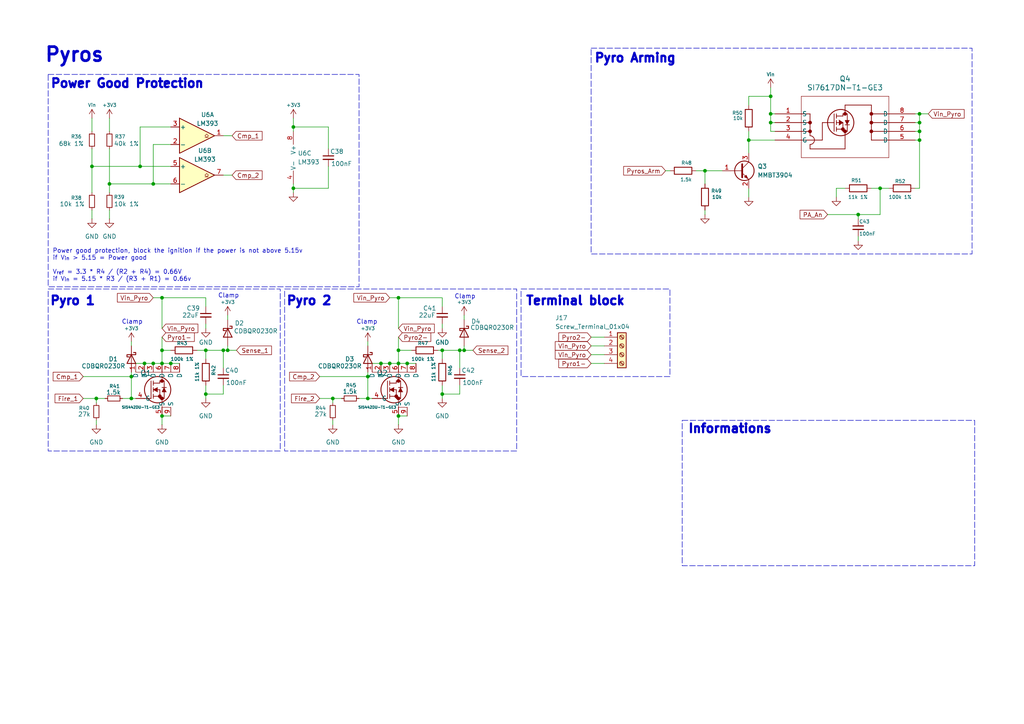
<source format=kicad_sch>
(kicad_sch (version 20250114) (generator "eeschema") (generator_version "9.0")
  (paper "A4")
  (lib_symbols
    (symbol "Comparator:LM393" (pin_names (offset 0.127))
      (property "Reference" "U" (at 3.81 3.81 0))
      (property "Value" "LM393" (at 6.35 -3.81 0))
      (symbol "LM393_1_1"
        (polyline (pts (xy -5.08 5.08) (xy 5.08 0) (xy -5.08 -5.08) (xy -5.08 5.08)) (stroke (width 0.254)) (fill (type background)))
        (polyline (pts (xy 3.302 -0.508) (xy 2.794 -0.508) (xy 3.302 0) (xy 2.794 0.508) (xy 2.286 0) (xy 2.794 -0.508) (xy 2.286 -0.508)) (stroke (width 0.127)))
        (pin input line (at -7.62 2.54 0) (length 2.54) (name "+") (number "3"))
        (pin input line (at -7.62 -2.54 0) (length 2.54) (name "-") (number "2"))
        (pin open_collector line (at 7.62 0 180) (length 2.54) (name "~") (number "1"))
      )
      (symbol "LM393_2_1"
        (polyline (pts (xy -5.08 5.08) (xy 5.08 0) (xy -5.08 -5.08) (xy -5.08 5.08)) (stroke (width 0.254)) (fill (type background)))
        (polyline (pts (xy 3.302 -0.508) (xy 2.794 -0.508) (xy 3.302 0) (xy 2.794 0.508) (xy 2.286 0) (xy 2.794 -0.508) (xy 2.286 -0.508)) (stroke (width 0.127)))
        (pin input line (at -7.62 2.54 0) (length 2.54) (name "+") (number "5"))
        (pin input line (at -7.62 -2.54 0) (length 2.54) (name "-") (number "6"))
        (pin open_collector line (at 7.62 0 180) (length 2.54) (name "~") (number "7"))
      )
      (symbol "LM393_3_1"
        (pin power_in line (at -2.54 7.62 270) (length 3.81) (name "V+") (number "8"))
        (pin power_in line (at -2.54 -7.62 90) (length 3.81) (name "V-") (number "4"))
      )
    )
    (symbol "Connector:Screw_Terminal_01x04" (pin_names (offset 1.016) (hide yes))
      (property "Reference" "J" (at 0 5.08 0))
      (property "Value" "Screw_Terminal_01x04" (at 0 -7.62 0))
      (symbol "Screw_Terminal_01x04_1_1"
        (rectangle (start -1.27 3.81) (end 1.27 -6.35) (stroke (width 0.254)) (fill (type background)))
        (polyline (pts (xy -0.5334 2.8702) (xy 0.3302 2.032)) (stroke (width 0.1524)))
        (polyline (pts (xy -0.5334 0.3302) (xy 0.3302 -0.508)) (stroke (width 0.1524)))
        (polyline (pts (xy -0.5334 -2.2098) (xy 0.3302 -3.048)) (stroke (width 0.1524)))
        (polyline (pts (xy -0.5334 -4.7498) (xy 0.3302 -5.588)) (stroke (width 0.1524)))
        (polyline (pts (xy -0.3556 3.048) (xy 0.508 2.2098)) (stroke (width 0.1524)))
        (polyline (pts (xy -0.3556 0.508) (xy 0.508 -0.3302)) (stroke (width 0.1524)))
        (polyline (pts (xy -0.3556 -2.032) (xy 0.508 -2.8702)) (stroke (width 0.1524)))
        (polyline (pts (xy -0.3556 -4.572) (xy 0.508 -5.4102)) (stroke (width 0.1524)))
        (circle (center 0 2.54) (radius 0.635) (stroke (width 0.1524)))
        (circle (center 0 0) (radius 0.635) (stroke (width 0.1524)))
        (circle (center 0 -2.54) (radius 0.635) (stroke (width 0.1524)))
        (circle (center 0 -5.08) (radius 0.635) (stroke (width 0.1524)))
        (pin passive line (at -5.08 2.54 0) (length 3.81) (name "Pin_1") (number "1"))
        (pin passive line (at -5.08 0 0) (length 3.81) (name "Pin_2") (number "2"))
        (pin passive line (at -5.08 -2.54 0) (length 3.81) (name "Pin_3") (number "3"))
        (pin passive line (at -5.08 -5.08 0) (length 3.81) (name "Pin_4") (number "4"))
      )
    )
    (symbol "Device:C_Small" (pin_numbers (hide yes)) (pin_names (offset 0.254) (hide yes))
      (property "Reference" "C" (at 0.254 1.778 0))
      (property "Value" "C_Small" (at 0.254 -2.032 0))
      (symbol "C_Small_0_1"
        (polyline (pts (xy -1.524 0.508) (xy 1.524 0.508)) (stroke (width 0.3048)))
        (polyline (pts (xy -1.524 -0.508) (xy 1.524 -0.508)) (stroke (width 0.3302)))
      )
      (symbol "C_Small_1_1"
        (pin passive line (at 0 2.54 270) (length 2.032) (name "~") (number "1"))
        (pin passive line (at 0 -2.54 90) (length 2.032) (name "~") (number "2"))
      )
    )
    (symbol "Device:R" (pin_numbers (hide yes)) (pin_names (offset 0))
      (property "Reference" "R" (at 2.032 0 90))
      (property "Value" "R" (at 0 0 90))
      (symbol "R_0_1"
        (rectangle (start -1.016 -2.54) (end 1.016 2.54) (stroke (width 0.254)))
      )
      (symbol "R_1_1"
        (pin passive line (at 0 3.81 270) (length 1.27) (name "~") (number "1"))
        (pin passive line (at 0 -3.81 90) (length 1.27) (name "~") (number "2"))
      )
    )
    (symbol "Device:R_Small" (pin_numbers (hide yes)) (pin_names (offset 0.254) (hide yes))
      (property "Reference" "R" (at 0 0 90))
      (property "Value" "R_Small" (at 1.778 0 90))
      (symbol "R_Small_0_1"
        (rectangle (start -0.762 1.778) (end 0.762 -1.778) (stroke (width 0.2032)))
      )
      (symbol "R_Small_1_1"
        (pin passive line (at 0 2.54 270) (length 0.762) (name "~") (number "1"))
        (pin passive line (at 0 -2.54 90) (length 0.762) (name "~") (number "2"))
      )
    )
    (symbol "Diode:BAT54J" (pin_numbers (hide yes)) (pin_names (offset 1.016) (hide yes))
      (property "Reference" "D" (at 0 2.54 0))
      (property "Value" "BAT54J" (at 0 -2.54 0))
      (symbol "BAT54J_0_1"
        (polyline (pts (xy -1.905 0.635) (xy -1.905 1.27) (xy -1.27 1.27) (xy -1.27 -1.27) (xy -0.635 -1.27) (xy -0.635 -0.635)) (stroke (width 0.254)))
        (polyline (pts (xy 1.27 1.27) (xy 1.27 -1.27) (xy -1.27 0) (xy 1.27 1.27)) (stroke (width 0.254)))
        (polyline (pts (xy 1.27 0) (xy -1.27 0)))
      )
      (symbol "BAT54J_1_1"
        (pin passive line (at -3.81 0 0) (length 2.54) (name "K") (number "1"))
        (pin passive line (at 3.81 0 180) (length 2.54) (name "A") (number "2"))
      )
    )
    (symbol "GND_1" (power) (pin_numbers (hide yes)) (pin_names (offset 0) (hide yes))
      (property "Value" "GND" (at 0 -3.81 0))
      (symbol "GND_1_0_1"
        (polyline (pts (xy 0 0) (xy 0 -1.27) (xy 1.27 -1.27) (xy 0 -2.54) (xy -1.27 -1.27) (xy 0 -1.27)))
      )
      (symbol "GND_1_1_1"
        (pin power_in line (at 0 0 270) (length 0) (name "~") (number "1"))
      )
    )
    (symbol "Transistor_BJT:MMBT3904" (pin_names (offset 0) (hide yes))
      (property "Reference" "Q" (at 5.08 1.905 0))
      (property "Value" "MMBT3904" (at 5.08 0 0))
      (symbol "MMBT3904_0_1"
        (polyline (pts (xy -2.54 0) (xy 0.635 0)))
        (polyline (pts (xy 0.635 1.905) (xy 0.635 -1.905)) (stroke (width 0.508)))
        (circle (center 1.27 0) (radius 2.8194) (stroke (width 0.254)))
      )
      (symbol "MMBT3904_1_1"
        (polyline (pts (xy 0.635 0.635) (xy 2.54 2.54)))
        (polyline (pts (xy 0.635 -0.635) (xy 2.54 -2.54)))
        (polyline (pts (xy 1.27 -1.778) (xy 1.778 -1.27) (xy 2.286 -2.286) (xy 1.27 -1.778)) (fill (type outline)))
        (pin input line (at -5.08 0 0) (length 2.54) (name "B") (number "1"))
        (pin passive line (at 2.54 5.08 270) (length 2.54) (name "C") (number "3"))
        (pin passive line (at 2.54 -5.08 90) (length 2.54) (name "E") (number "2"))
      )
    )
    (symbol "pcb_moteur:SI5442DU-T1-GE3" (pin_names (offset 0.254))
      (property "Reference" "U" (at 11.43 4.445 0))
      (property "Value" "SI5442DU-T1-GE3" (at 11.43 0 0))
      (symbol "SI5442DU-T1-GE3_0_1"
        (polyline (pts (xy 0 7.62) (xy 12.7 7.62)) (stroke (width 0.127)))
        (polyline (pts (xy 2.54 0) (xy 4.445 0)) (stroke (width 0.2032)))
        (polyline (pts (xy 4.445 0) (xy 4.445 5.08)) (stroke (width 0.2032)))
        (polyline (pts (xy 5.08 4.445) (xy 6.985 4.445)) (stroke (width 0.2032)))
        (polyline (pts (xy 5.08 3.81) (xy 5.08 5.08)) (stroke (width 0.2032)))
        (polyline (pts (xy 5.08 1.905) (xy 5.08 3.175)) (stroke (width 0.2032)))
        (polyline (pts (xy 5.08 0.635) (xy 6.985 0.635)) (stroke (width 0.2032)))
        (polyline (pts (xy 5.08 0) (xy 5.08 1.27)) (stroke (width 0.2032)))
        (polyline (pts (xy 6.35 3.175) (xy 5.08 2.54) (xy 6.35 1.905)) (fill (type outline)))
        (polyline (pts (xy 6.35 2.54) (xy 6.985 2.54)) (stroke (width 0.2032)))
        (circle (center 6.35 2.54) (radius 3.81) (stroke (width 0.254)))
        (polyline (pts (xy 6.985 5.08) (xy 8.255 5.08)) (stroke (width 0.2032)))
        (polyline (pts (xy 6.985 4.445) (xy 6.985 5.08)) (stroke (width 0.2032)))
        (circle (center 6.985 0.635) (radius 0.0254) (stroke (width 0.508)))
        (polyline (pts (xy 6.985 0) (xy 6.985 2.54)) (stroke (width 0.2032)))
        (polyline (pts (xy 6.985 0) (xy 8.255 0)) (stroke (width 0.2032)))
        (polyline (pts (xy 7.62 7.62) (xy 7.62 5.08)) (stroke (width 0.127)))
        (circle (center 7.62 5.08) (radius 0.0254) (stroke (width 0.508)))
        (circle (center 7.62 0) (radius 0.0254) (stroke (width 0.508)))
        (polyline (pts (xy 7.62 -2.54) (xy 7.62 0)) (stroke (width 0.127)))
        (polyline (pts (xy 7.62 -2.54) (xy 10.16 -2.54)) (stroke (width 0.127)))
        (polyline (pts (xy 8.255 3.175) (xy 8.255 5.08)) (stroke (width 0.2032)))
        (polyline (pts (xy 8.255 0) (xy 8.255 1.905)) (stroke (width 0.2032)))
        (polyline (pts (xy 8.89 3.175) (xy 7.62 3.175)) (stroke (width 0.2032)))
        (polyline (pts (xy 8.89 1.905) (xy 7.62 1.905) (xy 8.255 3.175)) (fill (type outline)))
        (pin unspecified line (at 0 10.16 270) (length 2.54) (name "D") (number "1"))
        (pin unspecified line (at 0 0 0) (length 2.54) (name "G") (number "4"))
        (pin unspecified line (at 2.54 10.16 270) (length 2.54) (name "D") (number "2"))
        (pin unspecified line (at 5.08 10.16 270) (length 2.54) (name "D") (number "3"))
        (pin unspecified line (at 7.62 10.16 270) (length 2.54) (name "D") (number "6"))
        (pin unspecified line (at 7.62 -5.08 90) (length 2.54) (name "S") (number "5"))
        (pin unspecified line (at 10.16 10.16 270) (length 2.54) (name "D") (number "7"))
        (pin unspecified line (at 10.16 -5.08 90) (length 2.54) (name "S") (number "9"))
        (pin unspecified line (at 12.7 10.16 270) (length 2.54) (name "D") (number "8"))
      )
    )
    (symbol "pcb_moteur:SI7617DN-T1-GE3" (pin_names (offset 0.254))
      (property "Reference" "MOSFET" (at 20.32 10.16 0))
      (property "Value" "SI7617DN-T1-GE3" (at 20.32 7.62 0))
      (symbol "SI7617DN-T1-GE3_0_1"
        (polyline (pts (xy 7.62 5.08) (xy 7.62 -12.7)) (stroke (width 0.127)))
        (polyline (pts (xy 7.62 -7.62) (xy 13.716 -7.62)) (stroke (width 0.2032)))
        (polyline (pts (xy 7.62 -12.7) (xy 33.02 -12.7)) (stroke (width 0.127)))
        (arc (start 10.16 -6.35) (mid 11.4244 -7.62) (end 10.16 -8.89) (stroke (width 0.2032)))
        (polyline (pts (xy 10.16 0) (xy 7.62 0)) (stroke (width 0.2032)))
        (polyline (pts (xy 10.16 -2.54) (xy 7.62 -2.54)) (stroke (width 0.2032)))
        (circle (center 10.16 -2.54) (radius 0.0254) (stroke (width 0.508)))
        (polyline (pts (xy 10.16 -5.08) (xy 7.62 -5.08)) (stroke (width 0.2032)))
        (circle (center 10.16 -5.08) (radius 0.0254) (stroke (width 0.508)))
        (polyline (pts (xy 10.16 -6.35) (xy 10.16 0)) (stroke (width 0.2032)))
        (polyline (pts (xy 10.16 -10.16) (xy 10.16 -8.89)) (stroke (width 0.2032)))
        (polyline (pts (xy 13.716 -2.54) (xy 17.145 -2.54)) (stroke (width 0.2032)))
        (polyline (pts (xy 13.716 -7.62) (xy 13.716 -2.54)) (stroke (width 0.2032)))
        (polyline (pts (xy 17.145 -5.08) (xy 17.145 0)) (stroke (width 0.2032)))
        (polyline (pts (xy 17.78 -0.635) (xy 19.685 -0.635)) (stroke (width 0.2032)))
        (polyline (pts (xy 17.78 -1.27) (xy 17.78 0)) (stroke (width 0.2032)))
        (polyline (pts (xy 17.78 -2.54) (xy 19.685 -2.54)) (stroke (width 0.2032)))
        (polyline (pts (xy 17.78 -3.175) (xy 17.78 -1.905)) (stroke (width 0.2032)))
        (polyline (pts (xy 17.78 -4.445) (xy 19.685 -4.445)) (stroke (width 0.2032)))
        (polyline (pts (xy 17.78 -5.08) (xy 17.78 -3.81)) (stroke (width 0.2032)))
        (polyline (pts (xy 18.542 -1.778) (xy 19.685 -2.54) (xy 18.542 -3.302)) (fill (type outline)))
        (circle (center 19.05 -2.54) (radius 3.81) (stroke (width 0.254)))
        (polyline (pts (xy 19.685 0) (xy 20.955 0)) (stroke (width 0.2032)))
        (polyline (pts (xy 19.685 -0.635) (xy 19.685 0)) (stroke (width 0.2032)))
        (circle (center 19.685 -4.445) (radius 0.0254) (stroke (width 0.508)))
        (polyline (pts (xy 19.685 -5.08) (xy 19.685 -2.54)) (stroke (width 0.2032)))
        (polyline (pts (xy 19.685 -5.08) (xy 20.955 -5.08)) (stroke (width 0.2032)))
        (polyline (pts (xy 20.32 0) (xy 20.32 2.54)) (stroke (width 0.2032)))
        (circle (center 20.32 0) (radius 0.0254) (stroke (width 0.508)))
        (circle (center 20.32 -5.08) (radius 0.0254) (stroke (width 0.508)))
        (polyline (pts (xy 20.32 -10.16) (xy 10.16 -10.16)) (stroke (width 0.2032)))
        (polyline (pts (xy 20.32 -10.16) (xy 20.32 -5.08)) (stroke (width 0.2032)))
        (polyline (pts (xy 20.955 -1.905) (xy 20.955 0)) (stroke (width 0.2032)))
        (polyline (pts (xy 20.955 -5.08) (xy 20.955 -3.175)) (stroke (width 0.2032)))
        (polyline (pts (xy 21.59 -1.905) (xy 20.32 -1.905) (xy 20.955 -3.175)) (fill (type outline)))
        (polyline (pts (xy 21.59 -3.175) (xy 20.32 -3.175)) (stroke (width 0.2032)))
        (polyline (pts (xy 27.94 2.54) (xy 20.32 2.54)) (stroke (width 0.2032)))
        (polyline (pts (xy 27.94 0) (xy 33.02 0)) (stroke (width 0.2032)))
        (circle (center 27.94 0) (radius 0.0254) (stroke (width 0.508)))
        (polyline (pts (xy 27.94 -2.54) (xy 33.02 -2.54)) (stroke (width 0.2032)))
        (circle (center 27.94 -2.54) (radius 0.0254) (stroke (width 0.508)))
        (polyline (pts (xy 27.94 -5.08) (xy 33.02 -5.08)) (stroke (width 0.2032)))
        (circle (center 27.94 -5.08) (radius 0.0254) (stroke (width 0.508)))
        (polyline (pts (xy 27.94 -7.62) (xy 27.94 2.54)) (stroke (width 0.2032)))
        (polyline (pts (xy 27.94 -7.62) (xy 33.02 -7.62)) (stroke (width 0.2032)))
        (polyline (pts (xy 33.02 5.08) (xy 7.62 5.08)) (stroke (width 0.127)))
        (polyline (pts (xy 33.02 -12.7) (xy 33.02 5.08)) (stroke (width 0.127)))
        (pin unspecified line (at 0 0 0) (length 7.62) (name "S") (number "1"))
        (pin unspecified line (at 0 -2.54 0) (length 7.62) (name "S") (number "2"))
        (pin unspecified line (at 0 -5.08 0) (length 7.62) (name "S") (number "3"))
        (pin unspecified line (at 0 -7.62 0) (length 7.62) (name "G") (number "4"))
        (pin unspecified line (at 40.64 0 180) (length 7.62) (name "D") (number "8"))
        (pin unspecified line (at 40.64 -2.54 180) (length 7.62) (name "D") (number "7"))
        (pin unspecified line (at 40.64 -5.08 180) (length 7.62) (name "D") (number "6"))
        (pin unspecified line (at 40.64 -7.62 180) (length 7.62) (name "D") (number "5"))
      )
    )
    (symbol "power:+12V" (power) (pin_names (offset 0))
      (property "Value" "+12V" (at 0 3.556 0))
      (symbol "+12V_0_1"
        (polyline (pts (xy -0.762 1.27) (xy 0 2.54)))
        (polyline (pts (xy 0 2.54) (xy 0.762 1.27)))
        (polyline (pts (xy 0 0) (xy 0 2.54)))
      )
      (symbol "+12V_1_1"
        (pin power_in line (at 0 0 90) (length 0) (hide yes) (name "+12V") (number "1"))
      )
    )
    (symbol "power:+3V3" (power) (pin_names (offset 0))
      (property "Value" "+3V3" (at 0 3.556 0))
      (symbol "+3V3_0_1"
        (polyline (pts (xy -0.762 1.27) (xy 0 2.54)))
        (polyline (pts (xy 0 2.54) (xy 0.762 1.27)))
        (polyline (pts (xy 0 0) (xy 0 2.54)))
      )
      (symbol "+3V3_1_1"
        (pin power_in line (at 0 0 90) (length 0) (hide yes) (name "+3V3") (number "1"))
      )
    )
    (symbol "power:GND" (power) (pin_names (offset 0))
      (property "Value" "GND" (at 0 -3.81 0))
      (symbol "GND_0_1"
        (polyline (pts (xy 0 0) (xy 0 -1.27) (xy 1.27 -1.27) (xy 0 -2.54) (xy -1.27 -1.27) (xy 0 -1.27)))
      )
      (symbol "GND_1_1"
        (pin power_in line (at 0 0 270) (length 0) (hide yes) (name "GND") (number "1"))
      )
    )
  )
  (rectangle (start 82.55 83.82) (end 149.86 130.81) (stroke (width 0) (type dash)))
  (rectangle (start 151.13 83.82) (end 194.31 109.22) (stroke (width 0) (type dash)))
  (rectangle (start 13.97 21.59) (end 104.14 83.185) (stroke (width 0) (type dash)))
  (rectangle (start 13.97 83.82) (end 81.28 130.81) (stroke (width 0) (type dash)))
  (rectangle (start 171.45 13.97) (end 281.94 73.66) (stroke (width 0) (type dash)))
  (rectangle (start 197.866 121.92) (end 282.702 164.084) (stroke (width 0) (type dash)))
  (text "Power good protection, block the ignition if the power is not above 5.15v\nif V_{in} > 5.15 = Power good\n\nV_{ref} = 3.3 * R4 / (R2 + R4) = 0.66V\nif V_{in} = 5.15 * R3 / (R3 + R1) = 0.66v\n" (at 15.24 76.962 0) (effects (font (size 1.27 1.27)) (justify left)))
  (text "Clamp" (at 66.294 85.852 0) (effects (font (size 1.27 1.27))))
  (text "Clamp" (at 38.354 93.472 0) (effects (font (size 1.27 1.27))))
  (text "Pyro 1" (at 21.082 87.376 0) (effects (font (size 2.54 2.54) (thickness 0.8) (bold yes))))
  (text "Terminal block" (at 166.878 87.376 0) (effects (font (size 2.54 2.54) (thickness 0.8) (bold yes))))
  (text "Pyro Arming" (at 172.212 15.494 0) (effects (font (size 2.54 2.54) (thickness 0.8) (bold yes)) (justify left top)))
  (text "Clamp" (at 134.874 86.106 0) (effects (font (size 1.27 1.27))))
  (text "Pyros" (at 21.59 16.002 0) (effects (font (size 4.064 4.064) (thickness 0.8) (bold yes))))
  (text "Informations" (at 199.39 124.46 0) (effects (font (size 2.54 2.54) (thickness 0.8) (bold yes)) (justify left)))
  (text "Power Good Protection" (at 14.478 22.86 0) (effects (font (size 2.54 2.54) (thickness 0.8) (bold yes)) (justify left top)))
  (text "Pyro 2" (at 89.662 87.376 0) (effects (font (size 2.54 2.54) (thickness 0.8) (bold yes))))
  (text "Clamp" (at 106.426 93.472 0) (effects (font (size 1.27 1.27))))
  (junction (at 266.7 35.56))
  (junction (at 266.7 40.64))
  (junction (at 46.99 120.65))
  (junction (at 31.75 53.34))
  (junction (at 46.99 105.41))
  (junction (at 266.7 33.02))
  (junction (at 64.77 101.6))
  (junction (at 106.68 115.57))
  (junction (at 46.99 86.36))
  (junction (at 217.17 40.64))
  (junction (at 248.92 62.23))
  (junction (at 113.03 105.41))
  (junction (at 85.09 54.61))
  (junction (at 134.62 101.6))
  (junction (at 59.69 101.6))
  (junction (at 266.7 38.1))
  (junction (at 128.27 101.6))
  (junction (at 85.09 36.83))
  (junction (at 204.47 49.53))
  (junction (at 66.04 101.6))
  (junction (at 223.52 33.02))
  (junction (at 26.67 48.26))
  (junction (at 128.27 114.3))
  (junction (at 115.57 101.6))
  (junction (at 59.69 114.3))
  (junction (at 96.52 115.57))
  (junction (at 40.64 48.26))
  (junction (at 255.27 54.61))
  (junction (at 106.68 109.22))
  (junction (at 46.99 101.6))
  (junction (at 110.49 105.41))
  (junction (at 133.35 101.6))
  (junction (at 44.45 53.34))
  (junction (at 27.94 115.57))
  (junction (at 223.52 27.94))
  (junction (at 118.11 105.41))
  (junction (at 44.45 105.41))
  (junction (at 38.1 109.22))
  (junction (at 115.57 105.41))
  (junction (at 49.53 105.41))
  (junction (at 115.57 86.36))
  (junction (at 41.91 105.41))
  (junction (at 223.52 35.56))
  (junction (at 115.57 120.65))
  (junction (at 38.1 115.57))
  (wire (pts (xy 223.52 38.1) (xy 224.79 38.1)))
  (wire (pts (xy 115.57 105.41) (xy 118.11 105.41)))
  (wire (pts (xy 59.69 101.6) (xy 59.69 104.14)))
  (wire (pts (xy 38.1 115.57) (xy 39.37 115.57)))
  (wire (pts (xy 133.35 106.68) (xy 133.35 101.6)))
  (wire (pts (xy 265.43 38.1) (xy 266.7 38.1)))
  (wire (pts (xy 38.1 109.22) (xy 38.1 115.57)))
  (wire (pts (xy 95.25 54.61) (xy 85.09 54.61)))
  (wire (pts (xy 95.25 36.83) (xy 85.09 36.83)))
  (wire (pts (xy 106.68 107.95) (xy 106.68 109.22)))
  (wire (pts (xy 217.17 54.61) (xy 217.17 57.15)))
  (wire (pts (xy 64.77 114.3) (xy 59.69 114.3)))
  (wire (pts (xy 92.71 109.22) (xy 106.68 109.22)))
  (wire (pts (xy 217.17 40.64) (xy 224.79 40.64)))
  (wire (pts (xy 127 101.6) (xy 128.27 101.6)))
  (wire (pts (xy 46.99 120.65) (xy 46.99 123.19)))
  (wire (pts (xy 44.45 41.91) (xy 49.53 41.91)))
  (wire (pts (xy 64.77 106.68) (xy 64.77 101.6)))
  (wire (pts (xy 265.43 33.02) (xy 266.7 33.02)))
  (wire (pts (xy 64.77 39.37) (xy 67.31 39.37)))
  (wire (pts (xy 59.69 86.36) (xy 59.69 88.9)))
  (wire (pts (xy 115.57 101.6) (xy 119.38 101.6)))
  (wire (pts (xy 40.64 36.83) (xy 49.53 36.83)))
  (wire (pts (xy 66.04 101.6) (xy 68.58 101.6)))
  (wire (pts (xy 223.52 33.02) (xy 224.79 33.02)))
  (wire (pts (xy 201.93 49.53) (xy 204.47 49.53)))
  (wire (pts (xy 266.7 33.02) (xy 269.24 33.02)))
  (wire (pts (xy 27.94 121.92) (xy 27.94 123.19)))
  (wire (pts (xy 66.04 100.33) (xy 66.04 101.6)))
  (wire (pts (xy 171.45 100.33) (xy 175.26 100.33)))
  (wire (pts (xy 128.27 86.36) (xy 115.57 86.36)))
  (wire (pts (xy 39.37 105.41) (xy 41.91 105.41)))
  (wire (pts (xy 104.14 115.57) (xy 106.68 115.57)))
  (wire (pts (xy 41.91 105.41) (xy 44.45 105.41)))
  (wire (pts (xy 204.47 60.96) (xy 204.47 62.23)))
  (wire (pts (xy 133.35 111.76) (xy 133.35 114.3)))
  (wire (pts (xy 85.09 54.61) (xy 85.09 55.88)))
  (wire (pts (xy 106.68 99.06) (xy 106.68 100.33)))
  (wire (pts (xy 59.69 114.3) (xy 59.69 115.57)))
  (wire (pts (xy 35.56 115.57) (xy 38.1 115.57)))
  (wire (pts (xy 31.75 60.96) (xy 31.75 63.5)))
  (wire (pts (xy 128.27 114.3) (xy 128.27 115.57)))
  (wire (pts (xy 107.95 105.41) (xy 110.49 105.41)))
  (wire (pts (xy 128.27 86.36) (xy 128.27 88.9)))
  (wire (pts (xy 171.45 102.87) (xy 175.26 102.87)))
  (wire (pts (xy 66.04 91.44) (xy 66.04 92.71)))
  (wire (pts (xy 46.99 101.6) (xy 49.53 101.6)))
  (wire (pts (xy 248.92 63.5) (xy 248.92 62.23)))
  (wire (pts (xy 133.35 114.3) (xy 128.27 114.3)))
  (wire (pts (xy 95.25 48.26) (xy 95.25 54.61)))
  (wire (pts (xy 255.27 54.61) (xy 257.81 54.61)))
  (wire (pts (xy 171.45 105.41) (xy 175.26 105.41)))
  (wire (pts (xy 217.17 38.1) (xy 217.17 40.64)))
  (wire (pts (xy 223.52 35.56) (xy 223.52 38.1)))
  (wire (pts (xy 115.57 120.65) (xy 115.57 123.19)))
  (wire (pts (xy 115.57 120.65) (xy 118.11 120.65)))
  (wire (pts (xy 134.62 100.33) (xy 134.62 101.6)))
  (wire (pts (xy 128.27 101.6) (xy 133.35 101.6)))
  (wire (pts (xy 85.09 36.83) (xy 85.09 38.1)))
  (wire (pts (xy 245.11 54.61) (xy 242.57 54.61)))
  (wire (pts (xy 85.09 34.29) (xy 85.09 36.83)))
  (wire (pts (xy 266.7 40.64) (xy 266.7 38.1)))
  (wire (pts (xy 46.99 101.6) (xy 46.99 105.41)))
  (wire (pts (xy 44.45 105.41) (xy 46.99 105.41)))
  (wire (pts (xy 217.17 27.94) (xy 223.52 27.94)))
  (wire (pts (xy 44.45 53.34) (xy 49.53 53.34)))
  (wire (pts (xy 134.62 91.44) (xy 134.62 92.71)))
  (wire (pts (xy 59.69 86.36) (xy 46.99 86.36)))
  (wire (pts (xy 38.1 99.06) (xy 38.1 100.33)))
  (wire (pts (xy 26.67 34.29) (xy 26.67 38.1)))
  (wire (pts (xy 44.45 41.91) (xy 44.45 53.34)))
  (wire (pts (xy 266.7 35.56) (xy 266.7 38.1)))
  (wire (pts (xy 223.52 33.02) (xy 223.52 35.56)))
  (wire (pts (xy 26.67 48.26) (xy 26.67 55.88)))
  (wire (pts (xy 115.57 101.6) (xy 115.57 105.41)))
  (wire (pts (xy 95.25 43.18) (xy 95.25 36.83)))
  (wire (pts (xy 106.68 109.22) (xy 106.68 115.57)))
  (wire (pts (xy 30.48 115.57) (xy 27.94 115.57)))
  (wire (pts (xy 40.64 36.83) (xy 40.64 48.26)))
  (wire (pts (xy 46.99 105.41) (xy 49.53 105.41)))
  (wire (pts (xy 115.57 86.36) (xy 115.57 95.25)))
  (wire (pts (xy 128.27 95.25) (xy 128.27 93.98)))
  (wire (pts (xy 266.7 35.56) (xy 266.7 33.02)))
  (wire (pts (xy 38.1 107.95) (xy 38.1 109.22)))
  (wire (pts (xy 31.75 43.18) (xy 31.75 53.34)))
  (wire (pts (xy 44.45 53.34) (xy 31.75 53.34)))
  (wire (pts (xy 64.77 50.8) (xy 67.31 50.8)))
  (wire (pts (xy 128.27 101.6) (xy 128.27 104.14)))
  (wire (pts (xy 26.67 48.26) (xy 40.64 48.26)))
  (wire (pts (xy 265.43 40.64) (xy 266.7 40.64)))
  (wire (pts (xy 265.43 35.56) (xy 266.7 35.56)))
  (wire (pts (xy 44.45 86.36) (xy 46.99 86.36)))
  (wire (pts (xy 31.75 53.34) (xy 31.75 55.88)))
  (wire (pts (xy 134.62 101.6) (xy 137.16 101.6)))
  (wire (pts (xy 26.67 60.96) (xy 26.67 63.5)))
  (wire (pts (xy 24.13 115.57) (xy 27.94 115.57)))
  (wire (pts (xy 255.27 62.23) (xy 255.27 54.61)))
  (wire (pts (xy 266.7 54.61) (xy 266.7 40.64)))
  (wire (pts (xy 248.92 69.85) (xy 248.92 68.58)))
  (wire (pts (xy 217.17 30.48) (xy 217.17 27.94)))
  (wire (pts (xy 59.69 95.25) (xy 59.69 93.98)))
  (wire (pts (xy 27.94 115.57) (xy 27.94 116.84)))
  (wire (pts (xy 204.47 49.53) (xy 204.47 53.34)))
  (wire (pts (xy 133.35 101.6) (xy 134.62 101.6)))
  (wire (pts (xy 85.09 53.34) (xy 85.09 54.61)))
  (wire (pts (xy 64.77 111.76) (xy 64.77 114.3)))
  (wire (pts (xy 248.92 62.23) (xy 255.27 62.23)))
  (wire (pts (xy 217.17 40.64) (xy 217.17 44.45)))
  (wire (pts (xy 113.03 105.41) (xy 115.57 105.41)))
  (wire (pts (xy 265.43 54.61) (xy 266.7 54.61)))
  (wire (pts (xy 128.27 111.76) (xy 128.27 114.3)))
  (wire (pts (xy 96.52 121.92) (xy 96.52 123.19)))
  (wire (pts (xy 57.15 101.6) (xy 59.69 101.6)))
  (wire (pts (xy 46.99 120.65) (xy 49.53 120.65)))
  (wire (pts (xy 223.52 25.4) (xy 223.52 27.94)))
  (wire (pts (xy 64.77 101.6) (xy 66.04 101.6)))
  (wire (pts (xy 46.99 86.36) (xy 46.99 95.25)))
  (wire (pts (xy 252.73 54.61) (xy 255.27 54.61)))
  (wire (pts (xy 31.75 34.29) (xy 31.75 38.1)))
  (wire (pts (xy 106.68 115.57) (xy 107.95 115.57)))
  (wire (pts (xy 240.03 62.23) (xy 248.92 62.23)))
  (wire (pts (xy 59.69 111.76) (xy 59.69 114.3)))
  (wire (pts (xy 49.53 105.41) (xy 52.07 105.41)))
  (wire (pts (xy 24.13 109.22) (xy 38.1 109.22)))
  (wire (pts (xy 224.79 35.56) (xy 223.52 35.56)))
  (wire (pts (xy 96.52 115.57) (xy 96.52 116.84)))
  (wire (pts (xy 59.69 101.6) (xy 64.77 101.6)))
  (wire (pts (xy 115.57 97.79) (xy 115.57 101.6)))
  (wire (pts (xy 118.11 105.41) (xy 120.65 105.41)))
  (wire (pts (xy 26.67 43.18) (xy 26.67 48.26)))
  (wire (pts (xy 46.99 97.79) (xy 46.99 101.6)))
  (wire (pts (xy 92.71 115.57) (xy 96.52 115.57)))
  (wire (pts (xy 113.03 86.36) (xy 115.57 86.36)))
  (wire (pts (xy 110.49 105.41) (xy 113.03 105.41)))
  (wire (pts (xy 99.06 115.57) (xy 96.52 115.57)))
  (wire (pts (xy 193.04 49.53) (xy 194.31 49.53)))
  (wire (pts (xy 242.57 54.61) (xy 242.57 57.15)))
  (wire (pts (xy 171.45 97.79) (xy 175.26 97.79)))
  (wire (pts (xy 223.52 27.94) (xy 223.52 33.02)))
  (wire (pts (xy 40.64 48.26) (xy 49.53 48.26)))
  (wire (pts (xy 204.47 49.53) (xy 209.55 49.53)))
  (global_label "Fire_2" (shape input) (at 92.71 115.57 180) (property "Intersheetrefs" "${INTERSHEET_REFS}" (effects (hide yes))))
  (global_label "Pyros_Arm" (shape input) (at 193.04 49.53 180) (property "Intersheetrefs" "${INTERSHEET_REFS}" (effects (hide yes))))
  (global_label "Sense_2" (shape input) (at 137.16 101.6 0) (property "Intersheetrefs" "${INTERSHEET_REFS}" (effects (hide yes))))
  (global_label "Vin_Pyro" (shape input) (at 171.45 100.33 180) (property "Intersheetrefs" "${INTERSHEET_REFS}" (effects (hide yes))))
  (global_label "Vin_Pyro" (shape input) (at 171.45 102.87 180) (property "Intersheetrefs" "${INTERSHEET_REFS}" (effects (hide yes))))
  (global_label "Vin_Pyro" (shape input) (at 269.24 33.02 0) (property "Intersheetrefs" "${INTERSHEET_REFS}" (effects (hide yes))))
  (global_label "Fire_1" (shape input) (at 24.13 115.57 180) (property "Intersheetrefs" "${INTERSHEET_REFS}" (effects (hide yes))))
  (global_label "Cmp_1" (shape input) (at 67.31 39.37 0) (property "Intersheetrefs" "${INTERSHEET_REFS}" (effects (hide yes))))
  (global_label "Pyro2-" (shape input) (at 171.45 97.79 180) (property "Intersheetrefs" "${INTERSHEET_REFS}" (effects (hide yes))))
  (global_label "Cmp_2" (shape input) (at 67.31 50.8 0) (property "Intersheetrefs" "${INTERSHEET_REFS}" (effects (hide yes))))
  (global_label "Cmp_2" (shape input) (at 92.71 109.22 180) (property "Intersheetrefs" "${INTERSHEET_REFS}" (effects (hide yes))))
  (global_label "PA_An" (shape input) (at 240.03 62.23 180) (property "Intersheetrefs" "${INTERSHEET_REFS}" (effects (hide yes))))
  (global_label "Vin_Pyro" (shape input) (at 44.45 86.36 180) (property "Intersheetrefs" "${INTERSHEET_REFS}" (effects (hide yes))))
  (global_label "Pyro2-" (shape input) (at 115.57 97.79 0) (property "Intersheetrefs" "${INTERSHEET_REFS}" (effects (hide yes))))
  (global_label "Cmp_1" (shape input) (at 24.13 109.22 180) (property "Intersheetrefs" "${INTERSHEET_REFS}" (effects (hide yes))))
  (global_label "Sense_1" (shape input) (at 68.58 101.6 0) (property "Intersheetrefs" "${INTERSHEET_REFS}" (effects (hide yes))))
  (global_label "Pyro1-" (shape input) (at 171.45 105.41 180) (property "Intersheetrefs" "${INTERSHEET_REFS}" (effects (hide yes))))
  (global_label "Vin_Pyro" (shape input) (at 115.57 95.25 0) (property "Intersheetrefs" "${INTERSHEET_REFS}" (effects (hide yes))))
  (global_label "Pyro1-" (shape input) (at 46.99 97.79 0) (property "Intersheetrefs" "${INTERSHEET_REFS}" (effects (hide yes))))
  (global_label "Vin_Pyro" (shape input) (at 46.99 95.25 0) (property "Intersheetrefs" "${INTERSHEET_REFS}" (effects (hide yes))))
  (global_label "Vin_Pyro" (shape input) (at 113.03 86.36 180) (property "Intersheetrefs" "${INTERSHEET_REFS}" (effects (hide yes))))
  (symbol (lib_name "GND_1") (lib_id "power:GND") (at 27.94 123.19 0) (unit 1)
    (property "Reference" "#PWR02" (effects (hide yes)))
    (property "Value" "GND" (at 27.94 128.27 0))
    (property "Description" "Power symbol creates a global label with name \"GND\" , ground" (effects (hide yes)))
  )
  (symbol (lib_id "Device:R_Small") (at 31.75 58.42 0) (unit 1)
    (property "Reference" "R39" (at 33.02 57.15 0) (effects (font (size 1.016 1.016)) (justify left)))
    (property "Value" "10k 1%" (at 33.02 59.182 0) (effects (justify left)))
    (property "Footprint" "Resistor_SMD:R_0805_2012Metric" (effects (hide yes)))
    (property "Description" "Resistor, small symbol" (effects (hide yes)))
  )
  (symbol (lib_id "Diode:BAT54J") (at 66.04 96.52 270) (unit 1)
    (property "Reference" "D2" (at 68.072 93.726 90) (effects (justify left)))
    (property "Value" "CDBQR0230R" (at 67.818 96.012 90) (effects (justify left)))
    (property "Footprint" "Diode_SMD:D_SOD-923" (effects (hide yes)))
    (property "Datasheet" "https://assets.nexperia.com/documents/data-sheet/BAT54J.pdf" (effects (hide yes)))
    (property "Description" "30V 200mA Schottky diode, SOD-323F" (effects (hide yes)))
  )
  (symbol (lib_id "Device:R_Small") (at 31.75 40.64 0) (unit 1)
    (property "Reference" "R37" (at 33.274 39.624 0) (effects (font (size 1.016 1.016)) (justify left)))
    (property "Value" "40k 1%" (at 33.02 41.656 0) (effects (justify left)))
    (property "Footprint" "Resistor_SMD:R_0805_2012Metric" (effects (hide yes)))
    (property "Description" "Resistor, small symbol" (effects (hide yes)))
  )
  (symbol (lib_id "power:GND") (at 85.09 55.88 0) (unit 1)
    (property "Reference" "#PWR0131" (effects (hide yes)))
    (property "Value" "GND" (effects (hide yes)))
  )
  (symbol (lib_id "Device:R") (at 53.34 101.6 270) (mirror x) (unit 1)
    (property "Reference" "R43" (at 54.356 99.568 90) (effects (font (size 1 1)) (justify right)))
    (property "Value" "100k 1%" (at 56.134 104.14 90) (effects (font (size 1 1)) (justify right)))
    (property "Footprint" "Resistor_SMD:R_0805_2012Metric" (effects (hide yes)))
  )
  (symbol (lib_id "power:GND") (at 204.47 62.23 0) (unit 1)
    (property "Reference" "#PWR0128" (effects (hide yes)))
    (property "Value" "GND" (effects (hide yes)))
  )
  (symbol (lib_id "Device:R") (at 217.17 34.29 180) (unit 1)
    (property "Reference" "R50" (at 212.344 32.766 0) (effects (font (size 1 1)) (justify right)))
    (property "Value" "10k" (at 212.598 34.29 0) (effects (font (size 1 1)) (justify right)))
    (property "Footprint" "Resistor_SMD:R_0805_2012Metric" (effects (hide yes)))
  )
  (symbol (lib_id "Device:R") (at 123.19 101.6 270) (mirror x) (unit 1)
    (property "Reference" "R47" (at 124.206 99.568 90) (effects (font (size 1 1)) (justify right)))
    (property "Value" "100k 1%" (at 125.984 104.14 90) (effects (font (size 1 1)) (justify right)))
    (property "Footprint" "Resistor_SMD:R_0805_2012Metric" (effects (hide yes)))
  )
  (symbol (lib_id "Device:R") (at 204.47 57.15 180) (unit 1)
    (property "Reference" "R49" (at 206.248 55.372 0) (effects (font (size 1 1)) (justify right)))
    (property "Value" "10k" (at 206.502 57.15 0) (effects (font (size 1 1)) (justify right)))
    (property "Footprint" "Resistor_SMD:R_0805_2012Metric" (effects (hide yes)))
  )
  (symbol (lib_id "Device:C_Small") (at 59.69 91.44 0) (unit 1)
    (property "Reference" "C39" (at 54.102 89.408 0) (effects (justify left)))
    (property "Value" "22uF" (at 52.832 91.44 0) (effects (justify left)))
    (property "Footprint" "Capacitor_SMD:C_0805_2012Metric" (effects (hide yes)))
    (property "Description" "Unpolarized capacitor, small symbol" (effects (hide yes)))
  )
  (symbol (lib_name "GND_1") (lib_id "power:GND") (at 31.75 63.5 0) (unit 1)
    (property "Reference" "#PWR08" (effects (hide yes)))
    (property "Value" "GND" (at 31.75 68.58 0))
    (property "Description" "Power symbol creates a global label with name \"GND\" , ground" (effects (hide yes)))
  )
  (symbol (lib_id "Device:C_Small") (at 133.35 109.22 0) (unit 1)
    (property "Reference" "C42" (at 133.858 107.442 0) (effects (justify left)))
    (property "Value" "100nF" (at 134.112 110.998 0) (effects (justify left)))
    (property "Footprint" "Capacitor_SMD:C_0805_2012Metric" (effects (hide yes)))
    (property "Description" "Unpolarized capacitor, small symbol" (effects (hide yes)))
  )
  (symbol (lib_name "GND_1") (lib_id "power:GND") (at 46.99 123.19 0) (unit 1)
    (property "Reference" "#PWR029" (effects (hide yes)))
    (property "Value" "GND" (at 46.99 128.27 0))
    (property "Description" "Power symbol creates a global label with name \"GND\" , ground" (effects (hide yes)))
  )
  (symbol (lib_id "Device:R") (at 248.92 54.61 270) (mirror x) (unit 1)
    (property "Reference" "R51" (at 249.936 52.324 90) (effects (font (size 1 1)) (justify right)))
    (property "Value" "11k 1%" (at 251.714 57.15 90) (effects (font (size 1 1)) (justify right)))
    (property "Footprint" "Resistor_SMD:R_0805_2012Metric" (effects (hide yes)))
  )
  (symbol (lib_name "GND_1") (lib_id "power:GND") (at 26.67 63.5 0) (unit 1)
    (property "Reference" "#PWR0133" (effects (hide yes)))
    (property "Value" "GND" (at 26.67 68.58 0))
    (property "Description" "Power symbol creates a global label with name \"GND\" , ground" (effects (hide yes)))
  )
  (symbol (lib_id "power:+3V3") (at 106.68 99.06 0) (unit 1)
    (property "Reference" "#PWR059" (effects (hide yes)))
    (property "Value" "+3V3" (at 106.68 95.25 0) (effects (font (size 1 1))))
  )
  (symbol (lib_id "pcb_moteur:SI5442DU-T1-GE3") (at 107.95 115.57 0) (unit 1)
    (property "Reference" "Q2" (at 109.22 108.204 0) (effects (font (size 1.524 1.524)) (justify left)))
    (property "Value" "SI5442DU-T1-GE3" (at 103.886 118.11 0) (effects (font (size 0.762 0.762)) (justify left)))
    (property "Footprint" "SON_8DU-T1-GE3_VIS" (effects (hide yes)))
    (property "Datasheet" "https://www.vishay.com/doc?63233" (effects (hide yes)))
  )
  (symbol (lib_id "Device:R") (at 59.69 107.95 0) (mirror x) (unit 1)
    (property "Reference" "R42" (at 61.976 108.966 90) (effects (font (size 1 1)) (justify right)))
    (property "Value" "11k 1%" (at 57.15 110.744 90) (effects (font (size 1 1)) (justify right)))
    (property "Footprint" "Resistor_SMD:R_0805_2012Metric" (effects (hide yes)))
  )
  (symbol (lib_id "Device:R_Small") (at 26.67 40.64 0) (unit 1)
    (property "Reference" "R36" (at 20.574 39.624 0) (effects (font (size 1.016 1.016)) (justify left)))
    (property "Value" "68k 1%" (at 17.018 41.656 0) (effects (justify left)))
    (property "Footprint" "Resistor_SMD:R_0805_2012Metric" (effects (hide yes)))
    (property "Description" "Resistor, small symbol" (effects (hide yes)))
  )
  (symbol (lib_id "Comparator:LM393") (at 57.15 50.8 0) (unit 2)
    (property "Reference" "U6" (at 59.436 43.688 0))
    (property "Value" "LM393" (at 59.436 46.228 0))
    (property "Footprint" "Package_SO:SOIC-8_3.9x4.9mm_P1.27mm" (effects (hide yes)))
    (property "Datasheet" "https://www.digikey.ca/en/products/detail/texas-instruments/LM393DR/276659" (effects (hide yes)))
    (property "Description" "Low-Power, Low-Offset Voltage, Dual Comparators, DIP-8/SOIC-8/TO-99-8" (effects (hide yes)))
  )
  (symbol (lib_id "power:GND") (at 217.17 57.15 0) (unit 1)
    (property "Reference" "#PWR066" (effects (hide yes)))
    (property "Value" "GND" (effects (hide yes)))
  )
  (symbol (lib_id "Diode:BAT54J") (at 38.1 104.14 270) (unit 1)
    (property "Reference" "D1" (at 31.496 104.14 90) (effects (justify left)))
    (property "Value" "CDBQR0230R" (at 23.622 106.172 90) (effects (justify left)))
    (property "Footprint" "Diode_SMD:D_SOD-923" (effects (hide yes)))
    (property "Datasheet" "https://assets.nexperia.com/documents/data-sheet/BAT54J.pdf" (effects (hide yes)))
    (property "Description" "30V 200mA Schottky diode, SOD-323F" (effects (hide yes)))
  )
  (symbol (lib_name "GND_1") (lib_id "power:GND") (at 128.27 95.25 0) (unit 1)
    (property "Reference" "#PWR062" (effects (hide yes)))
    (property "Value" "GND" (at 128.27 99.314 0))
    (property "Description" "Power symbol creates a global label with name \"GND\" , ground" (effects (hide yes)))
  )
  (symbol (lib_id "Device:R") (at 128.27 107.95 0) (mirror x) (unit 1)
    (property "Reference" "R46" (at 130.556 108.966 90) (effects (font (size 1 1)) (justify right)))
    (property "Value" "11k 1%" (at 125.73 110.744 90) (effects (font (size 1 1)) (justify right)))
    (property "Footprint" "Resistor_SMD:R_0805_2012Metric" (effects (hide yes)))
  )
  (symbol (lib_id "Device:R") (at 261.62 54.61 270) (mirror x) (unit 1)
    (property "Reference" "R52" (at 262.636 52.578 90) (effects (font (size 1 1)) (justify right)))
    (property "Value" "100k 1%" (at 264.414 57.15 90) (effects (font (size 1 1)) (justify right)))
    (property "Footprint" "Resistor_SMD:R_0805_2012Metric" (effects (hide yes)))
  )
  (symbol (lib_id "pcb_moteur:SI7617DN-T1-GE3") (at 224.79 33.02 0) (unit 1)
    (property "Reference" "Q4" (at 245.11 22.86 0) (effects (font (size 1.524 1.524))))
    (property "Value" "SI7617DN-T1-GE3" (at 245.11 25.4 0) (effects (font (size 1.524 1.524))))
    (property "Footprint" "pcb_moteur:SI7617DN-T1-GE3" (effects (hide yes)))
    (property "Datasheet" "https://www.vishay.com/doc?65164" (effects (hide yes)))
  )
  (symbol (lib_id "power:+3V3") (at 85.09 34.29 0) (unit 1)
    (property "Reference" "#PWR033" (effects (hide yes)))
    (property "Value" "+3V3" (at 85.09 30.48 0) (effects (font (size 1 1))))
  )
  (symbol (lib_id "Device:C_Small") (at 248.92 66.04 0) (unit 1)
    (property "Reference" "C43" (at 249.174 64.262 0) (effects (font (size 1 1)) (justify left)))
    (property "Value" "100nF" (at 249.174 67.818 0) (effects (font (size 1 1)) (justify left)))
    (property "Footprint" "Capacitor_SMD:C_0805_2012Metric" (effects (hide yes)))
    (property "Description" "Unpolarized capacitor, small symbol" (effects (hide yes)))
  )
  (symbol (lib_id "Comparator:LM393") (at 57.15 39.37 0) (unit 1)
    (property "Reference" "U6" (at 60.198 33.274 0))
    (property "Value" "LM393" (at 60.198 35.814 0))
    (property "Footprint" "Package_SO:SOIC-8_3.9x4.9mm_P1.27mm" (effects (hide yes)))
    (property "Datasheet" "https://www.digikey.ca/en/products/detail/texas-instruments/LM393DR/276659" (effects (hide yes)))
    (property "Description" "Low-Power, Low-Offset Voltage, Dual Comparators, DIP-8/SOIC-8/TO-99-8" (effects (hide yes)))
  )
  (symbol (lib_id "pcb_moteur:SI5442DU-T1-GE3") (at 39.37 115.57 0) (unit 1)
    (property "Reference" "Q1" (at 40.64 108.204 0) (effects (font (size 1.524 1.524)) (justify left)))
    (property "Value" "SI5442DU-T1-GE3" (at 35.306 118.11 0) (effects (font (size 0.762 0.762)) (justify left)))
    (property "Footprint" "SON_8DU-T1-GE3_VIS" (effects (hide yes)))
    (property "Datasheet" "https://www.vishay.com/doc?63233" (effects (hide yes)))
  )
  (symbol (lib_id "Transistor_BJT:MMBT3904") (at 214.63 49.53 0) (unit 1)
    (property "Reference" "Q3" (at 219.71 48.2599 0) (effects (justify left)))
    (property "Value" "MMBT3904" (at 219.71 50.7999 0) (effects (justify left)))
    (property "Footprint" "Package_TO_SOT_SMD:SOT-23" (effects (hide yes)))
    (property "Datasheet" "https://www.onsemi.com/pdf/datasheet/pzt3904-d.pdf" (effects (hide yes)))
    (property "Description" "0.2A Ic, 40V Vce, Small Signal NPN Transistor, SOT-23" (effects (hide yes)))
  )
  (symbol (lib_id "power:+3V3") (at 31.75 34.29 0) (unit 1)
    (property "Reference" "#PWR03" (effects (hide yes)))
    (property "Value" "+3V3" (at 31.75 30.48 0) (effects (font (size 1 1))))
  )
  (symbol (lib_id "power:+12V") (at 223.52 25.4 0) (unit 1)
    (property "Reference" "#PWR067" (effects (hide yes)))
    (property "Value" "Vin" (at 223.52 21.59 0) (effects (font (size 1 1))))
  )
  (symbol (lib_id "Connector:Screw_Terminal_01x04") (at 180.34 100.33 0) (unit 1)
    (property "Reference" "J17" (at 161.036 92.202 0) (effects (justify left)))
    (property "Value" "Screw_Terminal_01x04" (at 161.036 94.742 0) (effects (justify left)))
    (property "Footprint" "pcb_moteur:CONN_OSTVN04A150_OST" (effects (hide yes)))
    (property "Datasheet" "https://www.digikey.ca/en/products/detail/on-shore-technology-inc/OSTVN04A150/1588864" (effects (hide yes)))
    (property "Description" "Generic screw terminal, single row, 01x04, script generated (kicad-library-utils/schlib/autogen/connector/)" (effects (hide yes)))
  )
  (symbol (lib_id "power:+3V3") (at 38.1 99.06 0) (unit 1)
    (property "Reference" "#PWR09" (effects (hide yes)))
    (property "Value" "+3V3" (at 38.1 95.25 0) (effects (font (size 1 1))))
  )
  (symbol (lib_id "power:+3V3") (at 66.04 91.44 0) (unit 1)
    (property "Reference" "#PWR042" (effects (hide yes)))
    (property "Value" "+3V3" (at 66.04 87.63 0) (effects (font (size 1 1))))
  )
  (symbol (lib_id "Device:R_Small") (at 101.6 115.57 90) (unit 1)
    (property "Reference" "R45" (at 103.378 111.76 90) (effects (font (size 1.016 1.016)) (justify left)))
    (property "Value" "1.5k" (at 103.632 113.538 90) (effects (justify left)))
    (property "Footprint" "Resistor_SMD:R_0805_2012Metric" (effects (hide yes)))
    (property "Description" "Resistor, small symbol" (effects (hide yes)))
  )
  (symbol (lib_name "GND_1") (lib_id "power:GND") (at 59.69 115.57 0) (unit 1)
    (property "Reference" "#PWR077" (effects (hide yes)))
    (property "Value" "GND" (at 59.69 120.65 0))
    (property "Description" "Power symbol creates a global label with name \"GND\" , ground" (effects (hide yes)))
  )
  (symbol (lib_id "Device:R_Small") (at 26.67 58.42 0) (unit 1)
    (property "Reference" "R38" (at 20.574 57.404 0) (effects (font (size 1.016 1.016)) (justify left)))
    (property "Value" "10k 1%" (at 17.272 59.182 0) (effects (justify left)))
    (property "Footprint" "Resistor_SMD:R_0805_2012Metric" (effects (hide yes)))
    (property "Description" "Resistor, small symbol" (effects (hide yes)))
  )
  (symbol (lib_id "Device:C_Small") (at 64.77 109.22 0) (unit 1)
    (property "Reference" "C40" (at 65.278 107.442 0) (effects (justify left)))
    (property "Value" "100nF" (at 65.532 110.998 0) (effects (justify left)))
    (property "Footprint" "Capacitor_SMD:C_0805_2012Metric" (effects (hide yes)))
    (property "Description" "Unpolarized capacitor, small symbol" (effects (hide yes)))
  )
  (symbol (lib_id "Comparator:LM393") (at 87.63 45.72 0) (unit 3)
    (property "Reference" "U6" (at 86.36 44.4499 0) (effects (justify left)))
    (property "Value" "LM393" (at 86.36 46.9899 0) (effects (justify left)))
    (property "Footprint" "Package_SO:SOIC-8_3.9x4.9mm_P1.27mm" (effects (hide yes)))
    (property "Datasheet" "https://www.digikey.ca/en/products/detail/texas-instruments/LM393DR/276659" (effects (hide yes)))
    (property "Description" "Low-Power, Low-Offset Voltage, Dual Comparators, DIP-8/SOIC-8/TO-99-8" (effects (hide yes)))
  )
  (symbol (lib_id "power:+12V") (at 26.67 34.29 0) (unit 1)
    (property "Reference" "#PWR0130" (effects (hide yes)))
    (property "Value" "Vin" (at 26.67 30.48 0) (effects (font (size 1 1))))
  )
  (symbol (lib_id "Device:R_Small") (at 27.94 119.38 0) (unit 1)
    (property "Reference" "R40" (at 22.86 118.364 0) (effects (font (size 1.016 1.016)) (justify left)))
    (property "Value" "27k" (at 22.606 120.142 0) (effects (justify left)))
    (property "Footprint" "Resistor_SMD:R_0805_2012Metric" (effects (hide yes)))
    (property "Description" "Resistor, small symbol" (effects (hide yes)))
  )
  (symbol (lib_id "power:GND") (at 248.92 69.85 0) (unit 1)
    (property "Reference" "#PWR031" (effects (hide yes)))
    (property "Value" "GND" (effects (hide yes)))
  )
  (symbol (lib_id "Device:C_Small") (at 128.27 91.44 0) (unit 1)
    (property "Reference" "C41" (at 122.682 89.408 0) (effects (justify left)))
    (property "Value" "22uF" (at 121.412 91.44 0) (effects (justify left)))
    (property "Footprint" "Capacitor_SMD:C_0805_2012Metric" (effects (hide yes)))
    (property "Description" "Unpolarized capacitor, small symbol" (effects (hide yes)))
  )
  (symbol (lib_id "Device:R_Small") (at 96.52 119.38 0) (unit 1)
    (property "Reference" "R44" (at 91.44 118.364 0) (effects (font (size 1.016 1.016)) (justify left)))
    (property "Value" "27k" (at 91.186 120.142 0) (effects (justify left)))
    (property "Footprint" "Resistor_SMD:R_0805_2012Metric" (effects (hide yes)))
    (property "Description" "Resistor, small symbol" (effects (hide yes)))
  )
  (symbol (lib_name "GND_1") (lib_id "power:GND") (at 59.69 95.25 0) (unit 1)
    (property "Reference" "#PWR0103" (effects (hide yes)))
    (property "Value" "GND" (at 59.69 99.314 0))
    (property "Description" "Power symbol creates a global label with name \"GND\" , ground" (effects (hide yes)))
  )
  (symbol (lib_name "GND_1") (lib_id "power:GND") (at 115.57 123.19 0) (unit 1)
    (property "Reference" "#PWR060" (effects (hide yes)))
    (property "Value" "GND" (at 115.57 128.27 0))
    (property "Description" "Power symbol creates a global label with name \"GND\" , ground" (effects (hide yes)))
  )
  (symbol (lib_id "Device:R") (at 198.12 49.53 270) (unit 1)
    (property "Reference" "R48" (at 200.66 47.244 90) (effects (font (size 1 1)) (justify right)))
    (property "Value" "1.5k" (at 200.66 52.07 90) (effects (font (size 1 1)) (justify right)))
    (property "Footprint" "Resistor_SMD:R_0805_2012Metric" (effects (hide yes)))
  )
  (symbol (lib_name "GND_1") (lib_id "power:GND") (at 96.52 123.19 0) (unit 1)
    (property "Reference" "#PWR044" (effects (hide yes)))
    (property "Value" "GND" (at 96.52 128.27 0))
    (property "Description" "Power symbol creates a global label with name \"GND\" , ground" (effects (hide yes)))
  )
  (symbol (lib_id "Diode:BAT54J") (at 106.68 104.14 270) (unit 1)
    (property "Reference" "D3" (at 100.076 104.14 90) (effects (justify left)))
    (property "Value" "CDBQR0230R" (at 92.202 106.172 90) (effects (justify left)))
    (property "Footprint" "Diode_SMD:D_SOD-923" (effects (hide yes)))
    (property "Datasheet" "https://assets.nexperia.com/documents/data-sheet/BAT54J.pdf" (effects (hide yes)))
    (property "Description" "30V 200mA Schottky diode, SOD-323F" (effects (hide yes)))
  )
  (symbol (lib_id "Diode:BAT54J") (at 134.62 96.52 270) (unit 1)
    (property "Reference" "D4" (at 136.652 93.218 90) (effects (justify left)))
    (property "Value" "CDBQR0230R" (at 136.398 94.996 90) (effects (justify left)))
    (property "Footprint" "Diode_SMD:D_SOD-923" (effects (hide yes)))
    (property "Datasheet" "https://assets.nexperia.com/documents/data-sheet/BAT54J.pdf" (effects (hide yes)))
    (property "Description" "30V 200mA Schottky diode, SOD-323F" (effects (hide yes)))
  )
  (symbol (lib_id "Device:R_Small") (at 33.02 115.57 90) (unit 1)
    (property "Reference" "R41" (at 34.798 112.014 90) (effects (font (size 1.016 1.016)) (justify left)))
    (property "Value" "1.5k" (at 35.052 113.792 90) (effects (justify left)))
    (property "Footprint" "Resistor_SMD:R_0805_2012Metric" (effects (hide yes)))
    (property "Description" "Resistor, small symbol" (effects (hide yes)))
  )
  (symbol (lib_name "GND_1") (lib_id "power:GND") (at 128.27 115.57 0) (unit 1)
    (property "Reference" "#PWR063" (effects (hide yes)))
    (property "Value" "GND" (at 128.27 120.65 0))
    (property "Description" "Power symbol creates a global label with name \"GND\" , ground" (effects (hide yes)))
  )
  (symbol (lib_id "power:+3V3") (at 134.62 91.44 0) (unit 1)
    (property "Reference" "#PWR064" (effects (hide yes)))
    (property "Value" "+3V3" (at 134.62 87.63 0) (effects (font (size 1 1))))
  )
  (symbol (lib_id "power:GND") (at 242.57 57.15 0) (unit 1)
    (property "Reference" "#PWR030" (effects (hide yes)))
    (property "Value" "GND" (effects (hide yes)))
  )
  (symbol (lib_id "Device:C_Small") (at 95.25 45.72 0) (unit 1)
    (property "Reference" "C38" (at 95.758 43.942 0) (effects (justify left)))
    (property "Value" "100nF" (at 96.012 47.498 0) (effects (justify left)))
    (property "Footprint" "Capacitor_SMD:C_0805_2012Metric" (effects (hide yes)))
    (property "Description" "Unpolarized capacitor, small symbol" (effects (hide yes)))
  )
)
</source>
